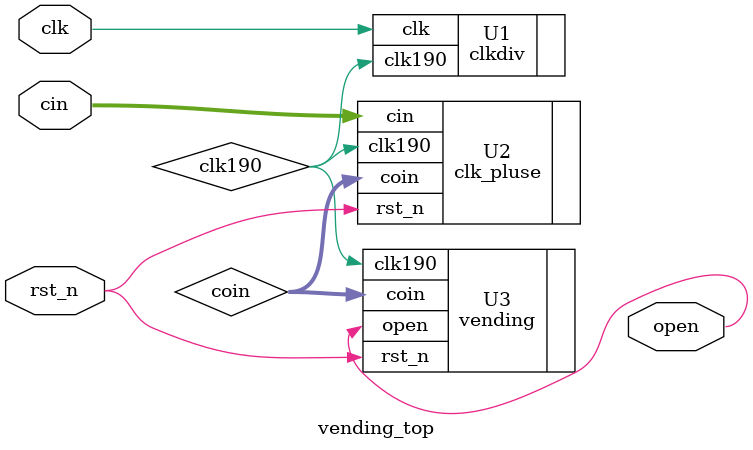
<source format=v>
module vending_top( open, clk, rst_n, cin
    );
	 
	 input clk, rst_n;
	 input [1:0] cin;
	 output open;
	 
	 wire clk190;
	 wire [1:0] coin;
	 
	 clkdiv U1(.clk190(clk190), .clk(clk));
	 clk_pluse U2(.coin(coin), .clk190(clk190), .rst_n(rst_n), .cin(cin));
	 vending U3(.open(open), .clk190(clk190), .rst_n(rst_n), .coin(coin));

endmodule
</source>
